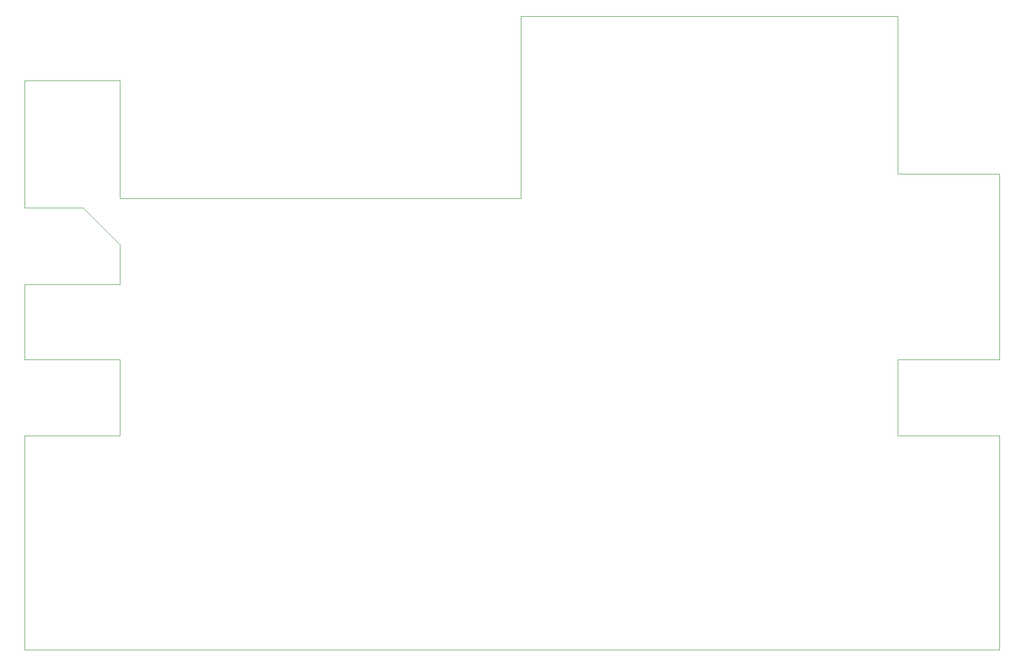
<source format=gm1>
G04 #@! TF.GenerationSoftware,KiCad,Pcbnew,(5.0.0)*
G04 #@! TF.CreationDate,2018-10-07T15:25:32-07:00*
G04 #@! TF.ProjectId,UFC,5546432E6B696361645F706362000000,A*
G04 #@! TF.SameCoordinates,Original*
G04 #@! TF.FileFunction,Profile,NP*
%FSLAX46Y46*%
G04 Gerber Fmt 4.6, Leading zero omitted, Abs format (unit mm)*
G04 Created by KiCad (PCBNEW (5.0.0)) date 10/07/18 15:25:32*
%MOMM*%
%LPD*%
G01*
G04 APERTURE LIST*
%ADD10C,0.100000*%
G04 APERTURE END LIST*
D10*
X231457500Y-66547500D02*
X213963750Y-66547500D01*
X231457500Y-66547500D02*
X231457500Y-98552500D01*
X231457500Y-98552500D02*
X213963750Y-98552500D01*
X213963750Y-98552500D02*
X213963750Y-111632500D01*
X213963750Y-111632500D02*
X231457500Y-111632500D01*
X231457500Y-148590000D02*
X231457500Y-111632500D01*
X231457500Y-148590000D02*
X63500000Y-148590000D01*
X63500000Y-148590000D02*
X63500000Y-111632500D01*
X79938750Y-111632500D02*
X63500000Y-111632500D01*
X79938750Y-111632500D02*
X79938750Y-98552500D01*
X79938750Y-98552500D02*
X63500000Y-98552500D01*
X63500000Y-85617898D02*
X63500000Y-98552500D01*
X79938750Y-85617898D02*
X63500000Y-85617898D01*
X79938750Y-85617898D02*
X79938750Y-78740000D01*
X73588750Y-72390000D02*
X79938750Y-78740000D01*
X73588750Y-72390000D02*
X63500000Y-72390000D01*
X63500000Y-72390000D02*
X63500000Y-50482500D01*
X79938750Y-50482500D02*
X63500000Y-50482500D01*
X79938750Y-70787000D02*
X79938750Y-50482500D01*
X148978750Y-70787000D02*
X79938750Y-70787000D01*
X148978750Y-39370000D02*
X148978750Y-70787000D01*
X213963750Y-39370000D02*
X148978750Y-39370000D01*
X213963750Y-39370000D02*
X213963750Y-66547500D01*
M02*

</source>
